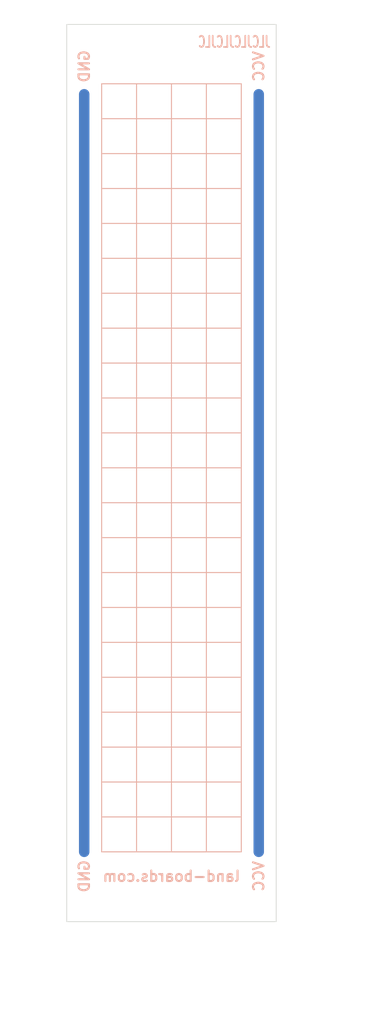
<source format=kicad_pcb>
(kicad_pcb (version 20211014) (generator pcbnew)
  (layers (0 "F.Cu" signal) (31 "B.Cu" signal) (34 "B.Paste" user) (35 "F.Paste" user) (36 "B.SilkS" user "B.Silkscreen") (37 "F.SilkS" user "F.Silkscreen") (38 "B.Mask" user) (39 "F.Mask" user) (44 "Edge.Cuts" user))
  (net 0 "")
  (footprint "MountingHole:MountingHole_3.2mm_M3" (layer "F.Cu") (at 71.5 34.5)
    (fp_text reference "REF**" hide)
    (fp_text value "MountingHole_3.2mm_M3" hide)
    (pad "" np_thru_hole oval (at 0 0) (size 12 3.2) (drill oval 12 3.2) (layers F&B.Cu *.Mask))
  )
  (footprint "MountingHole:MountingHole_3.2mm_M3" (layer "F.Cu") (at 71 157)
    (fp_text reference "REF**" hide)
    (fp_text value "MountingHole_3.2mm_M3")
    (pad "" np_thru_hole oval (at 0 0) (size 12 3.2) (drill oval 12 3.2) (layers F&B.Cu *.Mask))
  )
  (gr_line (start 85 130) (end 65 130) (layer "B.SilkS") (width 0.15))
  (gr_line (start 65 150) (end 65 40) (layer "B.SilkS") (width 0.15))
  (gr_line (start 85 140) (end 65 140) (layer "B.SilkS") (width 0.15))
  (gr_line (start 85 145) (end 65 145) (layer "B.SilkS") (width 0.15))
  (gr_line (start 85 105) (end 65 105) (layer "B.SilkS") (width 0.15))
  (gr_line (start 85 40) (end 85 150) (layer "B.SilkS") (width 0.15))
  (gr_line (start 85 150) (end 65 150) (layer "B.SilkS") (width 0.15))
  (gr_line (start 85 60) (end 65 60) (layer "B.SilkS") (width 0.15))
  (gr_line (start 85 85) (end 65 85) (layer "B.SilkS") (width 0.15))
  (gr_line (start 85 75) (end 65 75) (layer "B.SilkS") (width 0.15))
  (gr_line (start 85 110) (end 65 110) (layer "B.SilkS") (width 0.15))
  (gr_line (start 85 120) (end 65 120) (layer "B.SilkS") (width 0.15))
  (gr_line (start 80 40) (end 80 150) (layer "B.SilkS") (width 0.15))
  (gr_line (start 70 150) (end 70 40) (layer "B.SilkS") (width 0.15))
  (gr_line (start 85 135) (end 65 135) (layer "B.SilkS") (width 0.15))
  (gr_line (start 85 45) (end 65 45) (layer "B.SilkS") (width 0.15))
  (gr_line (start 85 55) (end 65 55) (layer "B.SilkS") (width 0.15))
  (gr_line (start 85 95) (end 65 95) (layer "B.SilkS") (width 0.15))
  (gr_line (start 75 40) (end 75 150) (layer "B.SilkS") (width 0.15))
  (gr_line (start 85 50) (end 65 50) (layer "B.SilkS") (width 0.15))
  (gr_line (start 85 65) (end 65 65) (layer "B.SilkS") (width 0.15))
  (gr_line (start 85 70) (end 65 70) (layer "B.SilkS") (width 0.15))
  (gr_line (start 80 150) (end 75 150) (layer "B.SilkS") (width 0.15))
  (gr_line (start 65 40) (end 85 40) (layer "B.SilkS") (width 0.15))
  (gr_line (start 85 80) (end 65 80) (layer "B.SilkS") (width 0.15))
  (gr_line (start 85 125) (end 65 125) (layer "B.SilkS") (width 0.15))
  (gr_line (start 85 115) (end 65 115) (layer "B.SilkS") (width 0.15))
  (gr_line (start 85 90) (end 65 90) (layer "B.SilkS") (width 0.15))
  (gr_line (start 85 100) (end 65 100) (layer "B.SilkS") (width 0.15))
  (gr_rect (start 60 31.5) (end 90 160) (layer "Edge.Cuts") (width 0.1) (fill none))
  (gr_text "land-boards.com" (at 75 153.5) (layer "B.SilkS") (effects (font (size 1.5 1.5) (thickness 0.3)) (justify mirror)))
  (gr_text "GND" (at 62.5 153.5 90) (layer "B.SilkS") (effects (font (size 1.5 1.5) (thickness 0.3)) (justify mirror)))
  (gr_text "VCC" (at 87.5 153.5 90) (layer "B.SilkS") (effects (font (size 1.5 1.5) (thickness 0.3)) (justify mirror)))
  (gr_text "VCC" (at 87.5 37.5 90) (layer "B.SilkS") (effects (font (size 1.5 1.5) (thickness 0.3)) (justify mirror)))
  (gr_text "GND" (at 62.5 37.5 90) (layer "B.SilkS") (effects (font (size 1.5 1.5) (thickness 0.3)) (justify mirror)))
  (gr_text "JLCJLCJLCJLC" (at 84 34) (layer "B.SilkS") (effects (font (size 1.6 1) (thickness 0.25)) (justify mirror)))
  (segment (start 87.5 150) (end 87.5 41.5) (width 1.5) (layer "B.Cu") (net 0))
  (segment (start 62.5 41.5) (end 62.5 150) (width 1.5) (layer "B.Cu") (net 0))
)
</source>
